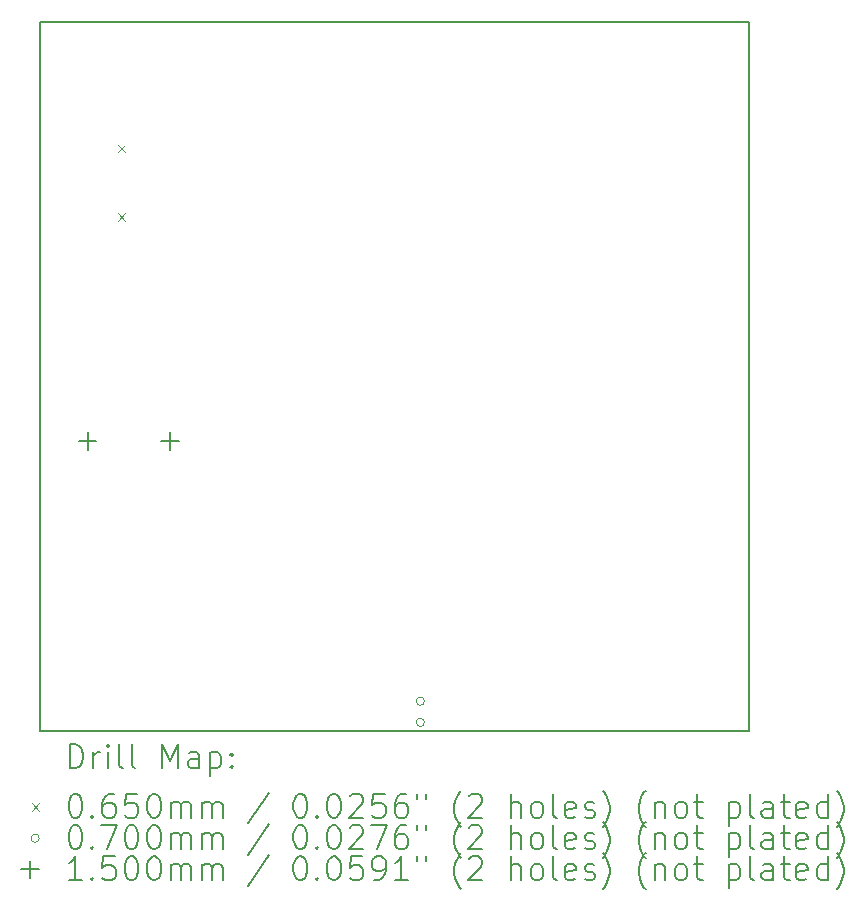
<source format=gbr>
%FSLAX45Y45*%
G04 Gerber Fmt 4.5, Leading zero omitted, Abs format (unit mm)*
G04 Created by KiCad (PCBNEW (6.0.5)) date 2022-08-26 20:13:26*
%MOMM*%
%LPD*%
G01*
G04 APERTURE LIST*
%TA.AperFunction,Profile*%
%ADD10C,0.127000*%
%TD*%
%ADD11C,0.200000*%
%ADD12C,0.065000*%
%ADD13C,0.070000*%
%ADD14C,0.150000*%
G04 APERTURE END LIST*
D10*
X5000000Y-5000000D02*
X11000000Y-5000000D01*
X11000000Y-5000000D02*
X11000000Y-11000000D01*
X11000000Y-11000000D02*
X5000000Y-11000000D01*
X5000000Y-11000000D02*
X5000000Y-5000000D01*
D11*
D12*
X5658000Y-6038500D02*
X5723000Y-6103500D01*
X5723000Y-6038500D02*
X5658000Y-6103500D01*
X5658000Y-6616500D02*
X5723000Y-6681500D01*
X5723000Y-6616500D02*
X5658000Y-6681500D01*
D13*
X8255000Y-10750000D02*
G75*
G03*
X8255000Y-10750000I-35000J0D01*
G01*
X8255000Y-10930000D02*
G75*
G03*
X8255000Y-10930000I-35000J0D01*
G01*
D14*
X5402500Y-8475000D02*
X5402500Y-8625000D01*
X5327500Y-8550000D02*
X5477500Y-8550000D01*
X6102500Y-8475000D02*
X6102500Y-8625000D01*
X6027500Y-8550000D02*
X6177500Y-8550000D01*
D11*
X5251269Y-11316826D02*
X5251269Y-11116826D01*
X5298888Y-11116826D01*
X5327460Y-11126350D01*
X5346507Y-11145398D01*
X5356031Y-11164445D01*
X5365555Y-11202540D01*
X5365555Y-11231112D01*
X5356031Y-11269207D01*
X5346507Y-11288255D01*
X5327460Y-11307302D01*
X5298888Y-11316826D01*
X5251269Y-11316826D01*
X5451269Y-11316826D02*
X5451269Y-11183493D01*
X5451269Y-11221588D02*
X5460793Y-11202540D01*
X5470317Y-11193017D01*
X5489364Y-11183493D01*
X5508412Y-11183493D01*
X5575079Y-11316826D02*
X5575079Y-11183493D01*
X5575079Y-11116826D02*
X5565555Y-11126350D01*
X5575079Y-11135874D01*
X5584602Y-11126350D01*
X5575079Y-11116826D01*
X5575079Y-11135874D01*
X5698888Y-11316826D02*
X5679840Y-11307302D01*
X5670317Y-11288255D01*
X5670317Y-11116826D01*
X5803650Y-11316826D02*
X5784602Y-11307302D01*
X5775078Y-11288255D01*
X5775078Y-11116826D01*
X6032221Y-11316826D02*
X6032221Y-11116826D01*
X6098888Y-11259683D01*
X6165555Y-11116826D01*
X6165555Y-11316826D01*
X6346507Y-11316826D02*
X6346507Y-11212064D01*
X6336983Y-11193017D01*
X6317936Y-11183493D01*
X6279840Y-11183493D01*
X6260793Y-11193017D01*
X6346507Y-11307302D02*
X6327459Y-11316826D01*
X6279840Y-11316826D01*
X6260793Y-11307302D01*
X6251269Y-11288255D01*
X6251269Y-11269207D01*
X6260793Y-11250159D01*
X6279840Y-11240636D01*
X6327459Y-11240636D01*
X6346507Y-11231112D01*
X6441745Y-11183493D02*
X6441745Y-11383493D01*
X6441745Y-11193017D02*
X6460793Y-11183493D01*
X6498888Y-11183493D01*
X6517936Y-11193017D01*
X6527459Y-11202540D01*
X6536983Y-11221588D01*
X6536983Y-11278731D01*
X6527459Y-11297778D01*
X6517936Y-11307302D01*
X6498888Y-11316826D01*
X6460793Y-11316826D01*
X6441745Y-11307302D01*
X6622698Y-11297778D02*
X6632221Y-11307302D01*
X6622698Y-11316826D01*
X6613174Y-11307302D01*
X6622698Y-11297778D01*
X6622698Y-11316826D01*
X6622698Y-11193017D02*
X6632221Y-11202540D01*
X6622698Y-11212064D01*
X6613174Y-11202540D01*
X6622698Y-11193017D01*
X6622698Y-11212064D01*
D12*
X4928650Y-11613850D02*
X4993650Y-11678850D01*
X4993650Y-11613850D02*
X4928650Y-11678850D01*
D11*
X5289364Y-11536826D02*
X5308412Y-11536826D01*
X5327460Y-11546350D01*
X5336983Y-11555874D01*
X5346507Y-11574921D01*
X5356031Y-11613017D01*
X5356031Y-11660636D01*
X5346507Y-11698731D01*
X5336983Y-11717778D01*
X5327460Y-11727302D01*
X5308412Y-11736826D01*
X5289364Y-11736826D01*
X5270317Y-11727302D01*
X5260793Y-11717778D01*
X5251269Y-11698731D01*
X5241745Y-11660636D01*
X5241745Y-11613017D01*
X5251269Y-11574921D01*
X5260793Y-11555874D01*
X5270317Y-11546350D01*
X5289364Y-11536826D01*
X5441745Y-11717778D02*
X5451269Y-11727302D01*
X5441745Y-11736826D01*
X5432221Y-11727302D01*
X5441745Y-11717778D01*
X5441745Y-11736826D01*
X5622698Y-11536826D02*
X5584602Y-11536826D01*
X5565555Y-11546350D01*
X5556031Y-11555874D01*
X5536983Y-11584445D01*
X5527460Y-11622540D01*
X5527460Y-11698731D01*
X5536983Y-11717778D01*
X5546507Y-11727302D01*
X5565555Y-11736826D01*
X5603650Y-11736826D01*
X5622698Y-11727302D01*
X5632221Y-11717778D01*
X5641745Y-11698731D01*
X5641745Y-11651112D01*
X5632221Y-11632064D01*
X5622698Y-11622540D01*
X5603650Y-11613017D01*
X5565555Y-11613017D01*
X5546507Y-11622540D01*
X5536983Y-11632064D01*
X5527460Y-11651112D01*
X5822698Y-11536826D02*
X5727459Y-11536826D01*
X5717936Y-11632064D01*
X5727459Y-11622540D01*
X5746507Y-11613017D01*
X5794126Y-11613017D01*
X5813174Y-11622540D01*
X5822698Y-11632064D01*
X5832221Y-11651112D01*
X5832221Y-11698731D01*
X5822698Y-11717778D01*
X5813174Y-11727302D01*
X5794126Y-11736826D01*
X5746507Y-11736826D01*
X5727459Y-11727302D01*
X5717936Y-11717778D01*
X5956031Y-11536826D02*
X5975078Y-11536826D01*
X5994126Y-11546350D01*
X6003650Y-11555874D01*
X6013174Y-11574921D01*
X6022698Y-11613017D01*
X6022698Y-11660636D01*
X6013174Y-11698731D01*
X6003650Y-11717778D01*
X5994126Y-11727302D01*
X5975078Y-11736826D01*
X5956031Y-11736826D01*
X5936983Y-11727302D01*
X5927459Y-11717778D01*
X5917936Y-11698731D01*
X5908412Y-11660636D01*
X5908412Y-11613017D01*
X5917936Y-11574921D01*
X5927459Y-11555874D01*
X5936983Y-11546350D01*
X5956031Y-11536826D01*
X6108412Y-11736826D02*
X6108412Y-11603493D01*
X6108412Y-11622540D02*
X6117936Y-11613017D01*
X6136983Y-11603493D01*
X6165555Y-11603493D01*
X6184602Y-11613017D01*
X6194126Y-11632064D01*
X6194126Y-11736826D01*
X6194126Y-11632064D02*
X6203650Y-11613017D01*
X6222698Y-11603493D01*
X6251269Y-11603493D01*
X6270317Y-11613017D01*
X6279840Y-11632064D01*
X6279840Y-11736826D01*
X6375078Y-11736826D02*
X6375078Y-11603493D01*
X6375078Y-11622540D02*
X6384602Y-11613017D01*
X6403650Y-11603493D01*
X6432221Y-11603493D01*
X6451269Y-11613017D01*
X6460793Y-11632064D01*
X6460793Y-11736826D01*
X6460793Y-11632064D02*
X6470317Y-11613017D01*
X6489364Y-11603493D01*
X6517936Y-11603493D01*
X6536983Y-11613017D01*
X6546507Y-11632064D01*
X6546507Y-11736826D01*
X6936983Y-11527302D02*
X6765555Y-11784445D01*
X7194126Y-11536826D02*
X7213174Y-11536826D01*
X7232221Y-11546350D01*
X7241745Y-11555874D01*
X7251269Y-11574921D01*
X7260793Y-11613017D01*
X7260793Y-11660636D01*
X7251269Y-11698731D01*
X7241745Y-11717778D01*
X7232221Y-11727302D01*
X7213174Y-11736826D01*
X7194126Y-11736826D01*
X7175078Y-11727302D01*
X7165555Y-11717778D01*
X7156031Y-11698731D01*
X7146507Y-11660636D01*
X7146507Y-11613017D01*
X7156031Y-11574921D01*
X7165555Y-11555874D01*
X7175078Y-11546350D01*
X7194126Y-11536826D01*
X7346507Y-11717778D02*
X7356031Y-11727302D01*
X7346507Y-11736826D01*
X7336983Y-11727302D01*
X7346507Y-11717778D01*
X7346507Y-11736826D01*
X7479840Y-11536826D02*
X7498888Y-11536826D01*
X7517936Y-11546350D01*
X7527459Y-11555874D01*
X7536983Y-11574921D01*
X7546507Y-11613017D01*
X7546507Y-11660636D01*
X7536983Y-11698731D01*
X7527459Y-11717778D01*
X7517936Y-11727302D01*
X7498888Y-11736826D01*
X7479840Y-11736826D01*
X7460793Y-11727302D01*
X7451269Y-11717778D01*
X7441745Y-11698731D01*
X7432221Y-11660636D01*
X7432221Y-11613017D01*
X7441745Y-11574921D01*
X7451269Y-11555874D01*
X7460793Y-11546350D01*
X7479840Y-11536826D01*
X7622698Y-11555874D02*
X7632221Y-11546350D01*
X7651269Y-11536826D01*
X7698888Y-11536826D01*
X7717936Y-11546350D01*
X7727459Y-11555874D01*
X7736983Y-11574921D01*
X7736983Y-11593969D01*
X7727459Y-11622540D01*
X7613174Y-11736826D01*
X7736983Y-11736826D01*
X7917936Y-11536826D02*
X7822698Y-11536826D01*
X7813174Y-11632064D01*
X7822698Y-11622540D01*
X7841745Y-11613017D01*
X7889364Y-11613017D01*
X7908412Y-11622540D01*
X7917936Y-11632064D01*
X7927459Y-11651112D01*
X7927459Y-11698731D01*
X7917936Y-11717778D01*
X7908412Y-11727302D01*
X7889364Y-11736826D01*
X7841745Y-11736826D01*
X7822698Y-11727302D01*
X7813174Y-11717778D01*
X8098888Y-11536826D02*
X8060793Y-11536826D01*
X8041745Y-11546350D01*
X8032221Y-11555874D01*
X8013174Y-11584445D01*
X8003650Y-11622540D01*
X8003650Y-11698731D01*
X8013174Y-11717778D01*
X8022698Y-11727302D01*
X8041745Y-11736826D01*
X8079840Y-11736826D01*
X8098888Y-11727302D01*
X8108412Y-11717778D01*
X8117936Y-11698731D01*
X8117936Y-11651112D01*
X8108412Y-11632064D01*
X8098888Y-11622540D01*
X8079840Y-11613017D01*
X8041745Y-11613017D01*
X8022698Y-11622540D01*
X8013174Y-11632064D01*
X8003650Y-11651112D01*
X8194126Y-11536826D02*
X8194126Y-11574921D01*
X8270317Y-11536826D02*
X8270317Y-11574921D01*
X8565555Y-11813017D02*
X8556031Y-11803493D01*
X8536983Y-11774921D01*
X8527460Y-11755874D01*
X8517936Y-11727302D01*
X8508412Y-11679683D01*
X8508412Y-11641588D01*
X8517936Y-11593969D01*
X8527460Y-11565398D01*
X8536983Y-11546350D01*
X8556031Y-11517778D01*
X8565555Y-11508255D01*
X8632221Y-11555874D02*
X8641745Y-11546350D01*
X8660793Y-11536826D01*
X8708412Y-11536826D01*
X8727460Y-11546350D01*
X8736983Y-11555874D01*
X8746507Y-11574921D01*
X8746507Y-11593969D01*
X8736983Y-11622540D01*
X8622698Y-11736826D01*
X8746507Y-11736826D01*
X8984602Y-11736826D02*
X8984602Y-11536826D01*
X9070317Y-11736826D02*
X9070317Y-11632064D01*
X9060793Y-11613017D01*
X9041745Y-11603493D01*
X9013174Y-11603493D01*
X8994126Y-11613017D01*
X8984602Y-11622540D01*
X9194126Y-11736826D02*
X9175079Y-11727302D01*
X9165555Y-11717778D01*
X9156031Y-11698731D01*
X9156031Y-11641588D01*
X9165555Y-11622540D01*
X9175079Y-11613017D01*
X9194126Y-11603493D01*
X9222698Y-11603493D01*
X9241745Y-11613017D01*
X9251269Y-11622540D01*
X9260793Y-11641588D01*
X9260793Y-11698731D01*
X9251269Y-11717778D01*
X9241745Y-11727302D01*
X9222698Y-11736826D01*
X9194126Y-11736826D01*
X9375079Y-11736826D02*
X9356031Y-11727302D01*
X9346507Y-11708255D01*
X9346507Y-11536826D01*
X9527460Y-11727302D02*
X9508412Y-11736826D01*
X9470317Y-11736826D01*
X9451269Y-11727302D01*
X9441745Y-11708255D01*
X9441745Y-11632064D01*
X9451269Y-11613017D01*
X9470317Y-11603493D01*
X9508412Y-11603493D01*
X9527460Y-11613017D01*
X9536983Y-11632064D01*
X9536983Y-11651112D01*
X9441745Y-11670159D01*
X9613174Y-11727302D02*
X9632221Y-11736826D01*
X9670317Y-11736826D01*
X9689364Y-11727302D01*
X9698888Y-11708255D01*
X9698888Y-11698731D01*
X9689364Y-11679683D01*
X9670317Y-11670159D01*
X9641745Y-11670159D01*
X9622698Y-11660636D01*
X9613174Y-11641588D01*
X9613174Y-11632064D01*
X9622698Y-11613017D01*
X9641745Y-11603493D01*
X9670317Y-11603493D01*
X9689364Y-11613017D01*
X9765555Y-11813017D02*
X9775079Y-11803493D01*
X9794126Y-11774921D01*
X9803650Y-11755874D01*
X9813174Y-11727302D01*
X9822698Y-11679683D01*
X9822698Y-11641588D01*
X9813174Y-11593969D01*
X9803650Y-11565398D01*
X9794126Y-11546350D01*
X9775079Y-11517778D01*
X9765555Y-11508255D01*
X10127460Y-11813017D02*
X10117936Y-11803493D01*
X10098888Y-11774921D01*
X10089364Y-11755874D01*
X10079840Y-11727302D01*
X10070317Y-11679683D01*
X10070317Y-11641588D01*
X10079840Y-11593969D01*
X10089364Y-11565398D01*
X10098888Y-11546350D01*
X10117936Y-11517778D01*
X10127460Y-11508255D01*
X10203650Y-11603493D02*
X10203650Y-11736826D01*
X10203650Y-11622540D02*
X10213174Y-11613017D01*
X10232221Y-11603493D01*
X10260793Y-11603493D01*
X10279840Y-11613017D01*
X10289364Y-11632064D01*
X10289364Y-11736826D01*
X10413174Y-11736826D02*
X10394126Y-11727302D01*
X10384602Y-11717778D01*
X10375079Y-11698731D01*
X10375079Y-11641588D01*
X10384602Y-11622540D01*
X10394126Y-11613017D01*
X10413174Y-11603493D01*
X10441745Y-11603493D01*
X10460793Y-11613017D01*
X10470317Y-11622540D01*
X10479840Y-11641588D01*
X10479840Y-11698731D01*
X10470317Y-11717778D01*
X10460793Y-11727302D01*
X10441745Y-11736826D01*
X10413174Y-11736826D01*
X10536983Y-11603493D02*
X10613174Y-11603493D01*
X10565555Y-11536826D02*
X10565555Y-11708255D01*
X10575079Y-11727302D01*
X10594126Y-11736826D01*
X10613174Y-11736826D01*
X10832221Y-11603493D02*
X10832221Y-11803493D01*
X10832221Y-11613017D02*
X10851269Y-11603493D01*
X10889364Y-11603493D01*
X10908412Y-11613017D01*
X10917936Y-11622540D01*
X10927460Y-11641588D01*
X10927460Y-11698731D01*
X10917936Y-11717778D01*
X10908412Y-11727302D01*
X10889364Y-11736826D01*
X10851269Y-11736826D01*
X10832221Y-11727302D01*
X11041745Y-11736826D02*
X11022698Y-11727302D01*
X11013174Y-11708255D01*
X11013174Y-11536826D01*
X11203650Y-11736826D02*
X11203650Y-11632064D01*
X11194126Y-11613017D01*
X11175079Y-11603493D01*
X11136983Y-11603493D01*
X11117936Y-11613017D01*
X11203650Y-11727302D02*
X11184602Y-11736826D01*
X11136983Y-11736826D01*
X11117936Y-11727302D01*
X11108412Y-11708255D01*
X11108412Y-11689207D01*
X11117936Y-11670159D01*
X11136983Y-11660636D01*
X11184602Y-11660636D01*
X11203650Y-11651112D01*
X11270317Y-11603493D02*
X11346507Y-11603493D01*
X11298888Y-11536826D02*
X11298888Y-11708255D01*
X11308412Y-11727302D01*
X11327459Y-11736826D01*
X11346507Y-11736826D01*
X11489364Y-11727302D02*
X11470317Y-11736826D01*
X11432221Y-11736826D01*
X11413174Y-11727302D01*
X11403650Y-11708255D01*
X11403650Y-11632064D01*
X11413174Y-11613017D01*
X11432221Y-11603493D01*
X11470317Y-11603493D01*
X11489364Y-11613017D01*
X11498888Y-11632064D01*
X11498888Y-11651112D01*
X11403650Y-11670159D01*
X11670317Y-11736826D02*
X11670317Y-11536826D01*
X11670317Y-11727302D02*
X11651269Y-11736826D01*
X11613174Y-11736826D01*
X11594126Y-11727302D01*
X11584602Y-11717778D01*
X11575078Y-11698731D01*
X11575078Y-11641588D01*
X11584602Y-11622540D01*
X11594126Y-11613017D01*
X11613174Y-11603493D01*
X11651269Y-11603493D01*
X11670317Y-11613017D01*
X11746507Y-11813017D02*
X11756031Y-11803493D01*
X11775078Y-11774921D01*
X11784602Y-11755874D01*
X11794126Y-11727302D01*
X11803650Y-11679683D01*
X11803650Y-11641588D01*
X11794126Y-11593969D01*
X11784602Y-11565398D01*
X11775078Y-11546350D01*
X11756031Y-11517778D01*
X11746507Y-11508255D01*
D13*
X4993650Y-11910350D02*
G75*
G03*
X4993650Y-11910350I-35000J0D01*
G01*
D11*
X5289364Y-11800826D02*
X5308412Y-11800826D01*
X5327460Y-11810350D01*
X5336983Y-11819874D01*
X5346507Y-11838921D01*
X5356031Y-11877017D01*
X5356031Y-11924636D01*
X5346507Y-11962731D01*
X5336983Y-11981778D01*
X5327460Y-11991302D01*
X5308412Y-12000826D01*
X5289364Y-12000826D01*
X5270317Y-11991302D01*
X5260793Y-11981778D01*
X5251269Y-11962731D01*
X5241745Y-11924636D01*
X5241745Y-11877017D01*
X5251269Y-11838921D01*
X5260793Y-11819874D01*
X5270317Y-11810350D01*
X5289364Y-11800826D01*
X5441745Y-11981778D02*
X5451269Y-11991302D01*
X5441745Y-12000826D01*
X5432221Y-11991302D01*
X5441745Y-11981778D01*
X5441745Y-12000826D01*
X5517936Y-11800826D02*
X5651269Y-11800826D01*
X5565555Y-12000826D01*
X5765555Y-11800826D02*
X5784602Y-11800826D01*
X5803650Y-11810350D01*
X5813174Y-11819874D01*
X5822698Y-11838921D01*
X5832221Y-11877017D01*
X5832221Y-11924636D01*
X5822698Y-11962731D01*
X5813174Y-11981778D01*
X5803650Y-11991302D01*
X5784602Y-12000826D01*
X5765555Y-12000826D01*
X5746507Y-11991302D01*
X5736983Y-11981778D01*
X5727459Y-11962731D01*
X5717936Y-11924636D01*
X5717936Y-11877017D01*
X5727459Y-11838921D01*
X5736983Y-11819874D01*
X5746507Y-11810350D01*
X5765555Y-11800826D01*
X5956031Y-11800826D02*
X5975078Y-11800826D01*
X5994126Y-11810350D01*
X6003650Y-11819874D01*
X6013174Y-11838921D01*
X6022698Y-11877017D01*
X6022698Y-11924636D01*
X6013174Y-11962731D01*
X6003650Y-11981778D01*
X5994126Y-11991302D01*
X5975078Y-12000826D01*
X5956031Y-12000826D01*
X5936983Y-11991302D01*
X5927459Y-11981778D01*
X5917936Y-11962731D01*
X5908412Y-11924636D01*
X5908412Y-11877017D01*
X5917936Y-11838921D01*
X5927459Y-11819874D01*
X5936983Y-11810350D01*
X5956031Y-11800826D01*
X6108412Y-12000826D02*
X6108412Y-11867493D01*
X6108412Y-11886540D02*
X6117936Y-11877017D01*
X6136983Y-11867493D01*
X6165555Y-11867493D01*
X6184602Y-11877017D01*
X6194126Y-11896064D01*
X6194126Y-12000826D01*
X6194126Y-11896064D02*
X6203650Y-11877017D01*
X6222698Y-11867493D01*
X6251269Y-11867493D01*
X6270317Y-11877017D01*
X6279840Y-11896064D01*
X6279840Y-12000826D01*
X6375078Y-12000826D02*
X6375078Y-11867493D01*
X6375078Y-11886540D02*
X6384602Y-11877017D01*
X6403650Y-11867493D01*
X6432221Y-11867493D01*
X6451269Y-11877017D01*
X6460793Y-11896064D01*
X6460793Y-12000826D01*
X6460793Y-11896064D02*
X6470317Y-11877017D01*
X6489364Y-11867493D01*
X6517936Y-11867493D01*
X6536983Y-11877017D01*
X6546507Y-11896064D01*
X6546507Y-12000826D01*
X6936983Y-11791302D02*
X6765555Y-12048445D01*
X7194126Y-11800826D02*
X7213174Y-11800826D01*
X7232221Y-11810350D01*
X7241745Y-11819874D01*
X7251269Y-11838921D01*
X7260793Y-11877017D01*
X7260793Y-11924636D01*
X7251269Y-11962731D01*
X7241745Y-11981778D01*
X7232221Y-11991302D01*
X7213174Y-12000826D01*
X7194126Y-12000826D01*
X7175078Y-11991302D01*
X7165555Y-11981778D01*
X7156031Y-11962731D01*
X7146507Y-11924636D01*
X7146507Y-11877017D01*
X7156031Y-11838921D01*
X7165555Y-11819874D01*
X7175078Y-11810350D01*
X7194126Y-11800826D01*
X7346507Y-11981778D02*
X7356031Y-11991302D01*
X7346507Y-12000826D01*
X7336983Y-11991302D01*
X7346507Y-11981778D01*
X7346507Y-12000826D01*
X7479840Y-11800826D02*
X7498888Y-11800826D01*
X7517936Y-11810350D01*
X7527459Y-11819874D01*
X7536983Y-11838921D01*
X7546507Y-11877017D01*
X7546507Y-11924636D01*
X7536983Y-11962731D01*
X7527459Y-11981778D01*
X7517936Y-11991302D01*
X7498888Y-12000826D01*
X7479840Y-12000826D01*
X7460793Y-11991302D01*
X7451269Y-11981778D01*
X7441745Y-11962731D01*
X7432221Y-11924636D01*
X7432221Y-11877017D01*
X7441745Y-11838921D01*
X7451269Y-11819874D01*
X7460793Y-11810350D01*
X7479840Y-11800826D01*
X7622698Y-11819874D02*
X7632221Y-11810350D01*
X7651269Y-11800826D01*
X7698888Y-11800826D01*
X7717936Y-11810350D01*
X7727459Y-11819874D01*
X7736983Y-11838921D01*
X7736983Y-11857969D01*
X7727459Y-11886540D01*
X7613174Y-12000826D01*
X7736983Y-12000826D01*
X7803650Y-11800826D02*
X7936983Y-11800826D01*
X7851269Y-12000826D01*
X8098888Y-11800826D02*
X8060793Y-11800826D01*
X8041745Y-11810350D01*
X8032221Y-11819874D01*
X8013174Y-11848445D01*
X8003650Y-11886540D01*
X8003650Y-11962731D01*
X8013174Y-11981778D01*
X8022698Y-11991302D01*
X8041745Y-12000826D01*
X8079840Y-12000826D01*
X8098888Y-11991302D01*
X8108412Y-11981778D01*
X8117936Y-11962731D01*
X8117936Y-11915112D01*
X8108412Y-11896064D01*
X8098888Y-11886540D01*
X8079840Y-11877017D01*
X8041745Y-11877017D01*
X8022698Y-11886540D01*
X8013174Y-11896064D01*
X8003650Y-11915112D01*
X8194126Y-11800826D02*
X8194126Y-11838921D01*
X8270317Y-11800826D02*
X8270317Y-11838921D01*
X8565555Y-12077017D02*
X8556031Y-12067493D01*
X8536983Y-12038921D01*
X8527460Y-12019874D01*
X8517936Y-11991302D01*
X8508412Y-11943683D01*
X8508412Y-11905588D01*
X8517936Y-11857969D01*
X8527460Y-11829398D01*
X8536983Y-11810350D01*
X8556031Y-11781778D01*
X8565555Y-11772255D01*
X8632221Y-11819874D02*
X8641745Y-11810350D01*
X8660793Y-11800826D01*
X8708412Y-11800826D01*
X8727460Y-11810350D01*
X8736983Y-11819874D01*
X8746507Y-11838921D01*
X8746507Y-11857969D01*
X8736983Y-11886540D01*
X8622698Y-12000826D01*
X8746507Y-12000826D01*
X8984602Y-12000826D02*
X8984602Y-11800826D01*
X9070317Y-12000826D02*
X9070317Y-11896064D01*
X9060793Y-11877017D01*
X9041745Y-11867493D01*
X9013174Y-11867493D01*
X8994126Y-11877017D01*
X8984602Y-11886540D01*
X9194126Y-12000826D02*
X9175079Y-11991302D01*
X9165555Y-11981778D01*
X9156031Y-11962731D01*
X9156031Y-11905588D01*
X9165555Y-11886540D01*
X9175079Y-11877017D01*
X9194126Y-11867493D01*
X9222698Y-11867493D01*
X9241745Y-11877017D01*
X9251269Y-11886540D01*
X9260793Y-11905588D01*
X9260793Y-11962731D01*
X9251269Y-11981778D01*
X9241745Y-11991302D01*
X9222698Y-12000826D01*
X9194126Y-12000826D01*
X9375079Y-12000826D02*
X9356031Y-11991302D01*
X9346507Y-11972255D01*
X9346507Y-11800826D01*
X9527460Y-11991302D02*
X9508412Y-12000826D01*
X9470317Y-12000826D01*
X9451269Y-11991302D01*
X9441745Y-11972255D01*
X9441745Y-11896064D01*
X9451269Y-11877017D01*
X9470317Y-11867493D01*
X9508412Y-11867493D01*
X9527460Y-11877017D01*
X9536983Y-11896064D01*
X9536983Y-11915112D01*
X9441745Y-11934159D01*
X9613174Y-11991302D02*
X9632221Y-12000826D01*
X9670317Y-12000826D01*
X9689364Y-11991302D01*
X9698888Y-11972255D01*
X9698888Y-11962731D01*
X9689364Y-11943683D01*
X9670317Y-11934159D01*
X9641745Y-11934159D01*
X9622698Y-11924636D01*
X9613174Y-11905588D01*
X9613174Y-11896064D01*
X9622698Y-11877017D01*
X9641745Y-11867493D01*
X9670317Y-11867493D01*
X9689364Y-11877017D01*
X9765555Y-12077017D02*
X9775079Y-12067493D01*
X9794126Y-12038921D01*
X9803650Y-12019874D01*
X9813174Y-11991302D01*
X9822698Y-11943683D01*
X9822698Y-11905588D01*
X9813174Y-11857969D01*
X9803650Y-11829398D01*
X9794126Y-11810350D01*
X9775079Y-11781778D01*
X9765555Y-11772255D01*
X10127460Y-12077017D02*
X10117936Y-12067493D01*
X10098888Y-12038921D01*
X10089364Y-12019874D01*
X10079840Y-11991302D01*
X10070317Y-11943683D01*
X10070317Y-11905588D01*
X10079840Y-11857969D01*
X10089364Y-11829398D01*
X10098888Y-11810350D01*
X10117936Y-11781778D01*
X10127460Y-11772255D01*
X10203650Y-11867493D02*
X10203650Y-12000826D01*
X10203650Y-11886540D02*
X10213174Y-11877017D01*
X10232221Y-11867493D01*
X10260793Y-11867493D01*
X10279840Y-11877017D01*
X10289364Y-11896064D01*
X10289364Y-12000826D01*
X10413174Y-12000826D02*
X10394126Y-11991302D01*
X10384602Y-11981778D01*
X10375079Y-11962731D01*
X10375079Y-11905588D01*
X10384602Y-11886540D01*
X10394126Y-11877017D01*
X10413174Y-11867493D01*
X10441745Y-11867493D01*
X10460793Y-11877017D01*
X10470317Y-11886540D01*
X10479840Y-11905588D01*
X10479840Y-11962731D01*
X10470317Y-11981778D01*
X10460793Y-11991302D01*
X10441745Y-12000826D01*
X10413174Y-12000826D01*
X10536983Y-11867493D02*
X10613174Y-11867493D01*
X10565555Y-11800826D02*
X10565555Y-11972255D01*
X10575079Y-11991302D01*
X10594126Y-12000826D01*
X10613174Y-12000826D01*
X10832221Y-11867493D02*
X10832221Y-12067493D01*
X10832221Y-11877017D02*
X10851269Y-11867493D01*
X10889364Y-11867493D01*
X10908412Y-11877017D01*
X10917936Y-11886540D01*
X10927460Y-11905588D01*
X10927460Y-11962731D01*
X10917936Y-11981778D01*
X10908412Y-11991302D01*
X10889364Y-12000826D01*
X10851269Y-12000826D01*
X10832221Y-11991302D01*
X11041745Y-12000826D02*
X11022698Y-11991302D01*
X11013174Y-11972255D01*
X11013174Y-11800826D01*
X11203650Y-12000826D02*
X11203650Y-11896064D01*
X11194126Y-11877017D01*
X11175079Y-11867493D01*
X11136983Y-11867493D01*
X11117936Y-11877017D01*
X11203650Y-11991302D02*
X11184602Y-12000826D01*
X11136983Y-12000826D01*
X11117936Y-11991302D01*
X11108412Y-11972255D01*
X11108412Y-11953207D01*
X11117936Y-11934159D01*
X11136983Y-11924636D01*
X11184602Y-11924636D01*
X11203650Y-11915112D01*
X11270317Y-11867493D02*
X11346507Y-11867493D01*
X11298888Y-11800826D02*
X11298888Y-11972255D01*
X11308412Y-11991302D01*
X11327459Y-12000826D01*
X11346507Y-12000826D01*
X11489364Y-11991302D02*
X11470317Y-12000826D01*
X11432221Y-12000826D01*
X11413174Y-11991302D01*
X11403650Y-11972255D01*
X11403650Y-11896064D01*
X11413174Y-11877017D01*
X11432221Y-11867493D01*
X11470317Y-11867493D01*
X11489364Y-11877017D01*
X11498888Y-11896064D01*
X11498888Y-11915112D01*
X11403650Y-11934159D01*
X11670317Y-12000826D02*
X11670317Y-11800826D01*
X11670317Y-11991302D02*
X11651269Y-12000826D01*
X11613174Y-12000826D01*
X11594126Y-11991302D01*
X11584602Y-11981778D01*
X11575078Y-11962731D01*
X11575078Y-11905588D01*
X11584602Y-11886540D01*
X11594126Y-11877017D01*
X11613174Y-11867493D01*
X11651269Y-11867493D01*
X11670317Y-11877017D01*
X11746507Y-12077017D02*
X11756031Y-12067493D01*
X11775078Y-12038921D01*
X11784602Y-12019874D01*
X11794126Y-11991302D01*
X11803650Y-11943683D01*
X11803650Y-11905588D01*
X11794126Y-11857969D01*
X11784602Y-11829398D01*
X11775078Y-11810350D01*
X11756031Y-11781778D01*
X11746507Y-11772255D01*
D14*
X4918650Y-12099350D02*
X4918650Y-12249350D01*
X4843650Y-12174350D02*
X4993650Y-12174350D01*
D11*
X5356031Y-12264826D02*
X5241745Y-12264826D01*
X5298888Y-12264826D02*
X5298888Y-12064826D01*
X5279840Y-12093398D01*
X5260793Y-12112445D01*
X5241745Y-12121969D01*
X5441745Y-12245778D02*
X5451269Y-12255302D01*
X5441745Y-12264826D01*
X5432221Y-12255302D01*
X5441745Y-12245778D01*
X5441745Y-12264826D01*
X5632221Y-12064826D02*
X5536983Y-12064826D01*
X5527460Y-12160064D01*
X5536983Y-12150540D01*
X5556031Y-12141017D01*
X5603650Y-12141017D01*
X5622698Y-12150540D01*
X5632221Y-12160064D01*
X5641745Y-12179112D01*
X5641745Y-12226731D01*
X5632221Y-12245778D01*
X5622698Y-12255302D01*
X5603650Y-12264826D01*
X5556031Y-12264826D01*
X5536983Y-12255302D01*
X5527460Y-12245778D01*
X5765555Y-12064826D02*
X5784602Y-12064826D01*
X5803650Y-12074350D01*
X5813174Y-12083874D01*
X5822698Y-12102921D01*
X5832221Y-12141017D01*
X5832221Y-12188636D01*
X5822698Y-12226731D01*
X5813174Y-12245778D01*
X5803650Y-12255302D01*
X5784602Y-12264826D01*
X5765555Y-12264826D01*
X5746507Y-12255302D01*
X5736983Y-12245778D01*
X5727459Y-12226731D01*
X5717936Y-12188636D01*
X5717936Y-12141017D01*
X5727459Y-12102921D01*
X5736983Y-12083874D01*
X5746507Y-12074350D01*
X5765555Y-12064826D01*
X5956031Y-12064826D02*
X5975078Y-12064826D01*
X5994126Y-12074350D01*
X6003650Y-12083874D01*
X6013174Y-12102921D01*
X6022698Y-12141017D01*
X6022698Y-12188636D01*
X6013174Y-12226731D01*
X6003650Y-12245778D01*
X5994126Y-12255302D01*
X5975078Y-12264826D01*
X5956031Y-12264826D01*
X5936983Y-12255302D01*
X5927459Y-12245778D01*
X5917936Y-12226731D01*
X5908412Y-12188636D01*
X5908412Y-12141017D01*
X5917936Y-12102921D01*
X5927459Y-12083874D01*
X5936983Y-12074350D01*
X5956031Y-12064826D01*
X6108412Y-12264826D02*
X6108412Y-12131493D01*
X6108412Y-12150540D02*
X6117936Y-12141017D01*
X6136983Y-12131493D01*
X6165555Y-12131493D01*
X6184602Y-12141017D01*
X6194126Y-12160064D01*
X6194126Y-12264826D01*
X6194126Y-12160064D02*
X6203650Y-12141017D01*
X6222698Y-12131493D01*
X6251269Y-12131493D01*
X6270317Y-12141017D01*
X6279840Y-12160064D01*
X6279840Y-12264826D01*
X6375078Y-12264826D02*
X6375078Y-12131493D01*
X6375078Y-12150540D02*
X6384602Y-12141017D01*
X6403650Y-12131493D01*
X6432221Y-12131493D01*
X6451269Y-12141017D01*
X6460793Y-12160064D01*
X6460793Y-12264826D01*
X6460793Y-12160064D02*
X6470317Y-12141017D01*
X6489364Y-12131493D01*
X6517936Y-12131493D01*
X6536983Y-12141017D01*
X6546507Y-12160064D01*
X6546507Y-12264826D01*
X6936983Y-12055302D02*
X6765555Y-12312445D01*
X7194126Y-12064826D02*
X7213174Y-12064826D01*
X7232221Y-12074350D01*
X7241745Y-12083874D01*
X7251269Y-12102921D01*
X7260793Y-12141017D01*
X7260793Y-12188636D01*
X7251269Y-12226731D01*
X7241745Y-12245778D01*
X7232221Y-12255302D01*
X7213174Y-12264826D01*
X7194126Y-12264826D01*
X7175078Y-12255302D01*
X7165555Y-12245778D01*
X7156031Y-12226731D01*
X7146507Y-12188636D01*
X7146507Y-12141017D01*
X7156031Y-12102921D01*
X7165555Y-12083874D01*
X7175078Y-12074350D01*
X7194126Y-12064826D01*
X7346507Y-12245778D02*
X7356031Y-12255302D01*
X7346507Y-12264826D01*
X7336983Y-12255302D01*
X7346507Y-12245778D01*
X7346507Y-12264826D01*
X7479840Y-12064826D02*
X7498888Y-12064826D01*
X7517936Y-12074350D01*
X7527459Y-12083874D01*
X7536983Y-12102921D01*
X7546507Y-12141017D01*
X7546507Y-12188636D01*
X7536983Y-12226731D01*
X7527459Y-12245778D01*
X7517936Y-12255302D01*
X7498888Y-12264826D01*
X7479840Y-12264826D01*
X7460793Y-12255302D01*
X7451269Y-12245778D01*
X7441745Y-12226731D01*
X7432221Y-12188636D01*
X7432221Y-12141017D01*
X7441745Y-12102921D01*
X7451269Y-12083874D01*
X7460793Y-12074350D01*
X7479840Y-12064826D01*
X7727459Y-12064826D02*
X7632221Y-12064826D01*
X7622698Y-12160064D01*
X7632221Y-12150540D01*
X7651269Y-12141017D01*
X7698888Y-12141017D01*
X7717936Y-12150540D01*
X7727459Y-12160064D01*
X7736983Y-12179112D01*
X7736983Y-12226731D01*
X7727459Y-12245778D01*
X7717936Y-12255302D01*
X7698888Y-12264826D01*
X7651269Y-12264826D01*
X7632221Y-12255302D01*
X7622698Y-12245778D01*
X7832221Y-12264826D02*
X7870317Y-12264826D01*
X7889364Y-12255302D01*
X7898888Y-12245778D01*
X7917936Y-12217207D01*
X7927459Y-12179112D01*
X7927459Y-12102921D01*
X7917936Y-12083874D01*
X7908412Y-12074350D01*
X7889364Y-12064826D01*
X7851269Y-12064826D01*
X7832221Y-12074350D01*
X7822698Y-12083874D01*
X7813174Y-12102921D01*
X7813174Y-12150540D01*
X7822698Y-12169588D01*
X7832221Y-12179112D01*
X7851269Y-12188636D01*
X7889364Y-12188636D01*
X7908412Y-12179112D01*
X7917936Y-12169588D01*
X7927459Y-12150540D01*
X8117936Y-12264826D02*
X8003650Y-12264826D01*
X8060793Y-12264826D02*
X8060793Y-12064826D01*
X8041745Y-12093398D01*
X8022698Y-12112445D01*
X8003650Y-12121969D01*
X8194126Y-12064826D02*
X8194126Y-12102921D01*
X8270317Y-12064826D02*
X8270317Y-12102921D01*
X8565555Y-12341017D02*
X8556031Y-12331493D01*
X8536983Y-12302921D01*
X8527460Y-12283874D01*
X8517936Y-12255302D01*
X8508412Y-12207683D01*
X8508412Y-12169588D01*
X8517936Y-12121969D01*
X8527460Y-12093398D01*
X8536983Y-12074350D01*
X8556031Y-12045778D01*
X8565555Y-12036255D01*
X8632221Y-12083874D02*
X8641745Y-12074350D01*
X8660793Y-12064826D01*
X8708412Y-12064826D01*
X8727460Y-12074350D01*
X8736983Y-12083874D01*
X8746507Y-12102921D01*
X8746507Y-12121969D01*
X8736983Y-12150540D01*
X8622698Y-12264826D01*
X8746507Y-12264826D01*
X8984602Y-12264826D02*
X8984602Y-12064826D01*
X9070317Y-12264826D02*
X9070317Y-12160064D01*
X9060793Y-12141017D01*
X9041745Y-12131493D01*
X9013174Y-12131493D01*
X8994126Y-12141017D01*
X8984602Y-12150540D01*
X9194126Y-12264826D02*
X9175079Y-12255302D01*
X9165555Y-12245778D01*
X9156031Y-12226731D01*
X9156031Y-12169588D01*
X9165555Y-12150540D01*
X9175079Y-12141017D01*
X9194126Y-12131493D01*
X9222698Y-12131493D01*
X9241745Y-12141017D01*
X9251269Y-12150540D01*
X9260793Y-12169588D01*
X9260793Y-12226731D01*
X9251269Y-12245778D01*
X9241745Y-12255302D01*
X9222698Y-12264826D01*
X9194126Y-12264826D01*
X9375079Y-12264826D02*
X9356031Y-12255302D01*
X9346507Y-12236255D01*
X9346507Y-12064826D01*
X9527460Y-12255302D02*
X9508412Y-12264826D01*
X9470317Y-12264826D01*
X9451269Y-12255302D01*
X9441745Y-12236255D01*
X9441745Y-12160064D01*
X9451269Y-12141017D01*
X9470317Y-12131493D01*
X9508412Y-12131493D01*
X9527460Y-12141017D01*
X9536983Y-12160064D01*
X9536983Y-12179112D01*
X9441745Y-12198159D01*
X9613174Y-12255302D02*
X9632221Y-12264826D01*
X9670317Y-12264826D01*
X9689364Y-12255302D01*
X9698888Y-12236255D01*
X9698888Y-12226731D01*
X9689364Y-12207683D01*
X9670317Y-12198159D01*
X9641745Y-12198159D01*
X9622698Y-12188636D01*
X9613174Y-12169588D01*
X9613174Y-12160064D01*
X9622698Y-12141017D01*
X9641745Y-12131493D01*
X9670317Y-12131493D01*
X9689364Y-12141017D01*
X9765555Y-12341017D02*
X9775079Y-12331493D01*
X9794126Y-12302921D01*
X9803650Y-12283874D01*
X9813174Y-12255302D01*
X9822698Y-12207683D01*
X9822698Y-12169588D01*
X9813174Y-12121969D01*
X9803650Y-12093398D01*
X9794126Y-12074350D01*
X9775079Y-12045778D01*
X9765555Y-12036255D01*
X10127460Y-12341017D02*
X10117936Y-12331493D01*
X10098888Y-12302921D01*
X10089364Y-12283874D01*
X10079840Y-12255302D01*
X10070317Y-12207683D01*
X10070317Y-12169588D01*
X10079840Y-12121969D01*
X10089364Y-12093398D01*
X10098888Y-12074350D01*
X10117936Y-12045778D01*
X10127460Y-12036255D01*
X10203650Y-12131493D02*
X10203650Y-12264826D01*
X10203650Y-12150540D02*
X10213174Y-12141017D01*
X10232221Y-12131493D01*
X10260793Y-12131493D01*
X10279840Y-12141017D01*
X10289364Y-12160064D01*
X10289364Y-12264826D01*
X10413174Y-12264826D02*
X10394126Y-12255302D01*
X10384602Y-12245778D01*
X10375079Y-12226731D01*
X10375079Y-12169588D01*
X10384602Y-12150540D01*
X10394126Y-12141017D01*
X10413174Y-12131493D01*
X10441745Y-12131493D01*
X10460793Y-12141017D01*
X10470317Y-12150540D01*
X10479840Y-12169588D01*
X10479840Y-12226731D01*
X10470317Y-12245778D01*
X10460793Y-12255302D01*
X10441745Y-12264826D01*
X10413174Y-12264826D01*
X10536983Y-12131493D02*
X10613174Y-12131493D01*
X10565555Y-12064826D02*
X10565555Y-12236255D01*
X10575079Y-12255302D01*
X10594126Y-12264826D01*
X10613174Y-12264826D01*
X10832221Y-12131493D02*
X10832221Y-12331493D01*
X10832221Y-12141017D02*
X10851269Y-12131493D01*
X10889364Y-12131493D01*
X10908412Y-12141017D01*
X10917936Y-12150540D01*
X10927460Y-12169588D01*
X10927460Y-12226731D01*
X10917936Y-12245778D01*
X10908412Y-12255302D01*
X10889364Y-12264826D01*
X10851269Y-12264826D01*
X10832221Y-12255302D01*
X11041745Y-12264826D02*
X11022698Y-12255302D01*
X11013174Y-12236255D01*
X11013174Y-12064826D01*
X11203650Y-12264826D02*
X11203650Y-12160064D01*
X11194126Y-12141017D01*
X11175079Y-12131493D01*
X11136983Y-12131493D01*
X11117936Y-12141017D01*
X11203650Y-12255302D02*
X11184602Y-12264826D01*
X11136983Y-12264826D01*
X11117936Y-12255302D01*
X11108412Y-12236255D01*
X11108412Y-12217207D01*
X11117936Y-12198159D01*
X11136983Y-12188636D01*
X11184602Y-12188636D01*
X11203650Y-12179112D01*
X11270317Y-12131493D02*
X11346507Y-12131493D01*
X11298888Y-12064826D02*
X11298888Y-12236255D01*
X11308412Y-12255302D01*
X11327459Y-12264826D01*
X11346507Y-12264826D01*
X11489364Y-12255302D02*
X11470317Y-12264826D01*
X11432221Y-12264826D01*
X11413174Y-12255302D01*
X11403650Y-12236255D01*
X11403650Y-12160064D01*
X11413174Y-12141017D01*
X11432221Y-12131493D01*
X11470317Y-12131493D01*
X11489364Y-12141017D01*
X11498888Y-12160064D01*
X11498888Y-12179112D01*
X11403650Y-12198159D01*
X11670317Y-12264826D02*
X11670317Y-12064826D01*
X11670317Y-12255302D02*
X11651269Y-12264826D01*
X11613174Y-12264826D01*
X11594126Y-12255302D01*
X11584602Y-12245778D01*
X11575078Y-12226731D01*
X11575078Y-12169588D01*
X11584602Y-12150540D01*
X11594126Y-12141017D01*
X11613174Y-12131493D01*
X11651269Y-12131493D01*
X11670317Y-12141017D01*
X11746507Y-12341017D02*
X11756031Y-12331493D01*
X11775078Y-12302921D01*
X11784602Y-12283874D01*
X11794126Y-12255302D01*
X11803650Y-12207683D01*
X11803650Y-12169588D01*
X11794126Y-12121969D01*
X11784602Y-12093398D01*
X11775078Y-12074350D01*
X11756031Y-12045778D01*
X11746507Y-12036255D01*
M02*

</source>
